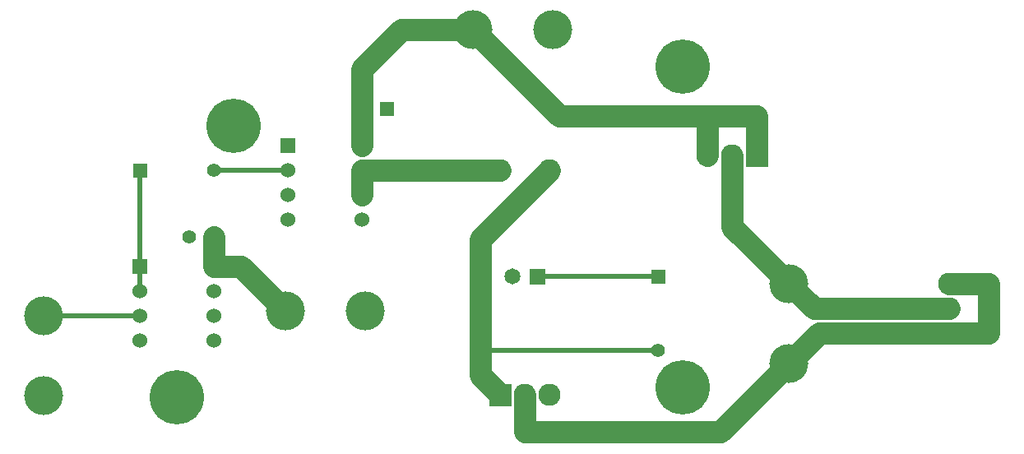
<source format=gtl>
G04 start of page 2 for group 0 idx 0 *
G04 Title: (unknown), trace *
G04 Creator: pcb 20110918 *
G04 CreationDate: Sat 16 Nov 2013 09:53:12 PM GMT UTC *
G04 For: tyrian *
G04 Format: Gerber/RS-274X *
G04 PCB-Dimensions: 800000 800000 *
G04 PCB-Coordinate-Origin: lower left *
%MOIN*%
%FSLAX25Y25*%
%LNTOP*%
%ADD74C,0.0280*%
%ADD73C,0.0787*%
%ADD72C,0.0300*%
%ADD71C,0.0430*%
%ADD70C,0.1200*%
%ADD69C,0.2200*%
%ADD68C,0.0600*%
%ADD67C,0.1575*%
%ADD66C,0.0550*%
%ADD65C,0.0650*%
%ADD64C,0.0001*%
%ADD63C,0.0200*%
%ADD62C,0.0900*%
G54D62*X294000Y559000D02*X283000D01*
X581000Y552000D02*X597000D01*
Y532000D01*
X528339D01*
X581000Y542000D02*X526142D01*
X493000Y575142D01*
X503000Y604000D02*Y620000D01*
X483000D02*Y604000D01*
X493000Y575142D02*Y604000D01*
X503000Y620000D02*X422858D01*
X423000D01*
X391000Y570000D02*Y515000D01*
X399000Y507000D01*
G54D63*X463000Y525000D02*X391000D01*
X463000Y555000D02*X414000D01*
G54D62*X409000Y507000D02*Y492000D01*
X488339D01*
X528339Y532000D01*
G54D63*X313000Y598000D02*X283000D01*
G54D62*X311858Y541000D02*Y541142D01*
X294000Y559000D01*
G54D63*X253000D02*Y549000D01*
Y598000D02*Y559000D01*
Y539142D02*Y539000D01*
Y539142D02*X214000D01*
G54D62*X283000Y559000D02*Y571000D01*
X343000Y598000D02*X399000D01*
X419000D02*X391000Y570000D01*
X343000Y588000D02*Y598000D01*
Y608000D02*Y639000D01*
X359000Y655000D01*
X387858D01*
X422858Y620000D01*
G54D64*G36*
X498500Y608500D02*Y599500D01*
X507500D01*
Y608500D01*
X498500D01*
G37*
G54D62*X493000Y604000D03*
X483000D03*
G54D64*G36*
X410750Y558250D02*Y551750D01*
X417250D01*
Y558250D01*
X410750D01*
G37*
G54D65*X404000Y555000D03*
G54D64*G36*
X460250Y557750D02*Y552250D01*
X465750D01*
Y557750D01*
X460250D01*
G37*
G54D66*X463000Y525000D03*
G54D64*G36*
X576500Y536500D02*Y527500D01*
X585500D01*
Y536500D01*
X576500D01*
G37*
G54D62*X581000Y542000D03*
Y552000D03*
G54D67*X516000Y552142D03*
Y519661D03*
G54D62*X419000Y598000D03*
G54D64*G36*
X350250Y625750D02*Y620250D01*
X355750D01*
Y625750D01*
X350250D01*
G37*
G54D67*X387858Y655000D03*
X420339D03*
G54D62*X399000Y598000D03*
G54D66*X343000Y623000D03*
G54D67*X344339Y541000D03*
G54D64*G36*
X394500Y511500D02*Y502500D01*
X403500D01*
Y511500D01*
X394500D01*
G37*
G54D62*X409000Y507000D03*
X419000D03*
G54D64*G36*
X310000Y611000D02*Y605000D01*
X316000D01*
Y611000D01*
X310000D01*
G37*
G54D68*X313000Y598000D03*
Y588000D03*
Y578000D03*
X343000D03*
Y588000D03*
Y598000D03*
Y608000D03*
G54D64*G36*
X280250Y573750D02*Y568250D01*
X285750D01*
Y573750D01*
X280250D01*
G37*
G54D66*X273000Y571000D03*
G54D67*X311858Y541000D03*
G54D68*X283000Y529000D03*
Y539000D03*
G54D66*Y598000D03*
G54D68*Y549000D03*
Y559000D03*
G54D64*G36*
X250250Y600750D02*Y595250D01*
X255750D01*
Y600750D01*
X250250D01*
G37*
G36*
X250000Y562000D02*Y556000D01*
X256000D01*
Y562000D01*
X250000D01*
G37*
G54D68*X253000Y549000D03*
G54D67*X214000Y539142D03*
Y506661D03*
G54D68*X253000Y539000D03*
Y529000D03*
G54D69*X291000Y616000D03*
X473000Y640000D03*
X268000Y506000D03*
X473000Y510000D03*
G54D70*G54D68*G54D71*G54D72*G54D68*G54D73*G54D68*G54D72*G54D73*G54D68*G54D72*G54D73*G54D68*G54D74*G54D72*G54D73*G54D74*G54D72*G54D74*G54D72*G54D74*G54D73*G54D74*M02*

</source>
